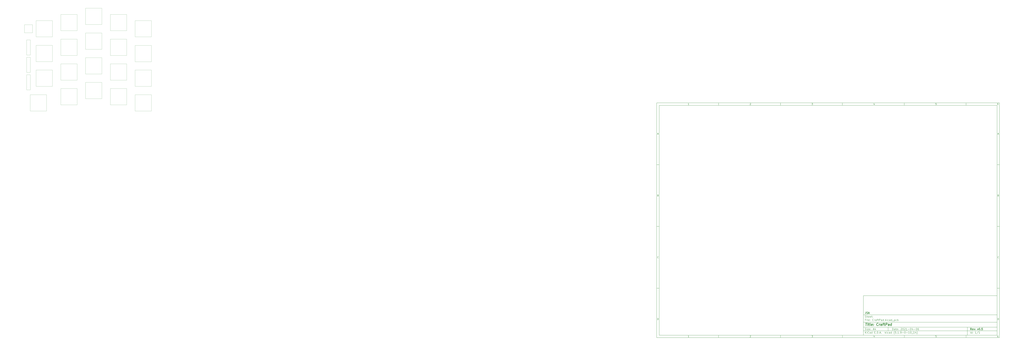
<source format=gbr>
%TF.GenerationSoftware,KiCad,Pcbnew,(5.1.9-0-10_14)*%
%TF.CreationDate,2021-04-06T08:54:49+08:00*%
%TF.ProjectId,CraftPad,43726166-7450-4616-942e-6b696361645f,v0.5*%
%TF.SameCoordinates,Original*%
%TF.FileFunction,Other,User*%
%FSLAX46Y46*%
G04 Gerber Fmt 4.6, Leading zero omitted, Abs format (unit mm)*
G04 Created by KiCad (PCBNEW (5.1.9-0-10_14)) date 2021-04-06 08:54:49*
%MOMM*%
%LPD*%
G01*
G04 APERTURE LIST*
%ADD10C,0.100000*%
%ADD11C,0.150000*%
%ADD12C,0.300000*%
%ADD13C,0.400000*%
%ADD14C,0.050000*%
G04 APERTURE END LIST*
D10*
D11*
X177002200Y-166007200D02*
X177002200Y-198007200D01*
X285002200Y-198007200D01*
X285002200Y-166007200D01*
X177002200Y-166007200D01*
D10*
D11*
X10000000Y-10000000D02*
X10000000Y-200007200D01*
X287002200Y-200007200D01*
X287002200Y-10000000D01*
X10000000Y-10000000D01*
D10*
D11*
X12000000Y-12000000D02*
X12000000Y-198007200D01*
X285002200Y-198007200D01*
X285002200Y-12000000D01*
X12000000Y-12000000D01*
D10*
D11*
X60000000Y-12000000D02*
X60000000Y-10000000D01*
D10*
D11*
X110000000Y-12000000D02*
X110000000Y-10000000D01*
D10*
D11*
X160000000Y-12000000D02*
X160000000Y-10000000D01*
D10*
D11*
X210000000Y-12000000D02*
X210000000Y-10000000D01*
D10*
D11*
X260000000Y-12000000D02*
X260000000Y-10000000D01*
D10*
D11*
X36065476Y-11588095D02*
X35322619Y-11588095D01*
X35694047Y-11588095D02*
X35694047Y-10288095D01*
X35570238Y-10473809D01*
X35446428Y-10597619D01*
X35322619Y-10659523D01*
D10*
D11*
X85322619Y-10411904D02*
X85384523Y-10350000D01*
X85508333Y-10288095D01*
X85817857Y-10288095D01*
X85941666Y-10350000D01*
X86003571Y-10411904D01*
X86065476Y-10535714D01*
X86065476Y-10659523D01*
X86003571Y-10845238D01*
X85260714Y-11588095D01*
X86065476Y-11588095D01*
D10*
D11*
X135260714Y-10288095D02*
X136065476Y-10288095D01*
X135632142Y-10783333D01*
X135817857Y-10783333D01*
X135941666Y-10845238D01*
X136003571Y-10907142D01*
X136065476Y-11030952D01*
X136065476Y-11340476D01*
X136003571Y-11464285D01*
X135941666Y-11526190D01*
X135817857Y-11588095D01*
X135446428Y-11588095D01*
X135322619Y-11526190D01*
X135260714Y-11464285D01*
D10*
D11*
X185941666Y-10721428D02*
X185941666Y-11588095D01*
X185632142Y-10226190D02*
X185322619Y-11154761D01*
X186127380Y-11154761D01*
D10*
D11*
X236003571Y-10288095D02*
X235384523Y-10288095D01*
X235322619Y-10907142D01*
X235384523Y-10845238D01*
X235508333Y-10783333D01*
X235817857Y-10783333D01*
X235941666Y-10845238D01*
X236003571Y-10907142D01*
X236065476Y-11030952D01*
X236065476Y-11340476D01*
X236003571Y-11464285D01*
X235941666Y-11526190D01*
X235817857Y-11588095D01*
X235508333Y-11588095D01*
X235384523Y-11526190D01*
X235322619Y-11464285D01*
D10*
D11*
X285941666Y-10288095D02*
X285694047Y-10288095D01*
X285570238Y-10350000D01*
X285508333Y-10411904D01*
X285384523Y-10597619D01*
X285322619Y-10845238D01*
X285322619Y-11340476D01*
X285384523Y-11464285D01*
X285446428Y-11526190D01*
X285570238Y-11588095D01*
X285817857Y-11588095D01*
X285941666Y-11526190D01*
X286003571Y-11464285D01*
X286065476Y-11340476D01*
X286065476Y-11030952D01*
X286003571Y-10907142D01*
X285941666Y-10845238D01*
X285817857Y-10783333D01*
X285570238Y-10783333D01*
X285446428Y-10845238D01*
X285384523Y-10907142D01*
X285322619Y-11030952D01*
D10*
D11*
X60000000Y-198007200D02*
X60000000Y-200007200D01*
D10*
D11*
X110000000Y-198007200D02*
X110000000Y-200007200D01*
D10*
D11*
X160000000Y-198007200D02*
X160000000Y-200007200D01*
D10*
D11*
X210000000Y-198007200D02*
X210000000Y-200007200D01*
D10*
D11*
X260000000Y-198007200D02*
X260000000Y-200007200D01*
D10*
D11*
X36065476Y-199595295D02*
X35322619Y-199595295D01*
X35694047Y-199595295D02*
X35694047Y-198295295D01*
X35570238Y-198481009D01*
X35446428Y-198604819D01*
X35322619Y-198666723D01*
D10*
D11*
X85322619Y-198419104D02*
X85384523Y-198357200D01*
X85508333Y-198295295D01*
X85817857Y-198295295D01*
X85941666Y-198357200D01*
X86003571Y-198419104D01*
X86065476Y-198542914D01*
X86065476Y-198666723D01*
X86003571Y-198852438D01*
X85260714Y-199595295D01*
X86065476Y-199595295D01*
D10*
D11*
X135260714Y-198295295D02*
X136065476Y-198295295D01*
X135632142Y-198790533D01*
X135817857Y-198790533D01*
X135941666Y-198852438D01*
X136003571Y-198914342D01*
X136065476Y-199038152D01*
X136065476Y-199347676D01*
X136003571Y-199471485D01*
X135941666Y-199533390D01*
X135817857Y-199595295D01*
X135446428Y-199595295D01*
X135322619Y-199533390D01*
X135260714Y-199471485D01*
D10*
D11*
X185941666Y-198728628D02*
X185941666Y-199595295D01*
X185632142Y-198233390D02*
X185322619Y-199161961D01*
X186127380Y-199161961D01*
D10*
D11*
X236003571Y-198295295D02*
X235384523Y-198295295D01*
X235322619Y-198914342D01*
X235384523Y-198852438D01*
X235508333Y-198790533D01*
X235817857Y-198790533D01*
X235941666Y-198852438D01*
X236003571Y-198914342D01*
X236065476Y-199038152D01*
X236065476Y-199347676D01*
X236003571Y-199471485D01*
X235941666Y-199533390D01*
X235817857Y-199595295D01*
X235508333Y-199595295D01*
X235384523Y-199533390D01*
X235322619Y-199471485D01*
D10*
D11*
X285941666Y-198295295D02*
X285694047Y-198295295D01*
X285570238Y-198357200D01*
X285508333Y-198419104D01*
X285384523Y-198604819D01*
X285322619Y-198852438D01*
X285322619Y-199347676D01*
X285384523Y-199471485D01*
X285446428Y-199533390D01*
X285570238Y-199595295D01*
X285817857Y-199595295D01*
X285941666Y-199533390D01*
X286003571Y-199471485D01*
X286065476Y-199347676D01*
X286065476Y-199038152D01*
X286003571Y-198914342D01*
X285941666Y-198852438D01*
X285817857Y-198790533D01*
X285570238Y-198790533D01*
X285446428Y-198852438D01*
X285384523Y-198914342D01*
X285322619Y-199038152D01*
D10*
D11*
X10000000Y-60000000D02*
X12000000Y-60000000D01*
D10*
D11*
X10000000Y-110000000D02*
X12000000Y-110000000D01*
D10*
D11*
X10000000Y-160000000D02*
X12000000Y-160000000D01*
D10*
D11*
X10690476Y-35216666D02*
X11309523Y-35216666D01*
X10566666Y-35588095D02*
X11000000Y-34288095D01*
X11433333Y-35588095D01*
D10*
D11*
X11092857Y-84907142D02*
X11278571Y-84969047D01*
X11340476Y-85030952D01*
X11402380Y-85154761D01*
X11402380Y-85340476D01*
X11340476Y-85464285D01*
X11278571Y-85526190D01*
X11154761Y-85588095D01*
X10659523Y-85588095D01*
X10659523Y-84288095D01*
X11092857Y-84288095D01*
X11216666Y-84350000D01*
X11278571Y-84411904D01*
X11340476Y-84535714D01*
X11340476Y-84659523D01*
X11278571Y-84783333D01*
X11216666Y-84845238D01*
X11092857Y-84907142D01*
X10659523Y-84907142D01*
D10*
D11*
X11402380Y-135464285D02*
X11340476Y-135526190D01*
X11154761Y-135588095D01*
X11030952Y-135588095D01*
X10845238Y-135526190D01*
X10721428Y-135402380D01*
X10659523Y-135278571D01*
X10597619Y-135030952D01*
X10597619Y-134845238D01*
X10659523Y-134597619D01*
X10721428Y-134473809D01*
X10845238Y-134350000D01*
X11030952Y-134288095D01*
X11154761Y-134288095D01*
X11340476Y-134350000D01*
X11402380Y-134411904D01*
D10*
D11*
X10659523Y-185588095D02*
X10659523Y-184288095D01*
X10969047Y-184288095D01*
X11154761Y-184350000D01*
X11278571Y-184473809D01*
X11340476Y-184597619D01*
X11402380Y-184845238D01*
X11402380Y-185030952D01*
X11340476Y-185278571D01*
X11278571Y-185402380D01*
X11154761Y-185526190D01*
X10969047Y-185588095D01*
X10659523Y-185588095D01*
D10*
D11*
X287002200Y-60000000D02*
X285002200Y-60000000D01*
D10*
D11*
X287002200Y-110000000D02*
X285002200Y-110000000D01*
D10*
D11*
X287002200Y-160000000D02*
X285002200Y-160000000D01*
D10*
D11*
X285692676Y-35216666D02*
X286311723Y-35216666D01*
X285568866Y-35588095D02*
X286002200Y-34288095D01*
X286435533Y-35588095D01*
D10*
D11*
X286095057Y-84907142D02*
X286280771Y-84969047D01*
X286342676Y-85030952D01*
X286404580Y-85154761D01*
X286404580Y-85340476D01*
X286342676Y-85464285D01*
X286280771Y-85526190D01*
X286156961Y-85588095D01*
X285661723Y-85588095D01*
X285661723Y-84288095D01*
X286095057Y-84288095D01*
X286218866Y-84350000D01*
X286280771Y-84411904D01*
X286342676Y-84535714D01*
X286342676Y-84659523D01*
X286280771Y-84783333D01*
X286218866Y-84845238D01*
X286095057Y-84907142D01*
X285661723Y-84907142D01*
D10*
D11*
X286404580Y-135464285D02*
X286342676Y-135526190D01*
X286156961Y-135588095D01*
X286033152Y-135588095D01*
X285847438Y-135526190D01*
X285723628Y-135402380D01*
X285661723Y-135278571D01*
X285599819Y-135030952D01*
X285599819Y-134845238D01*
X285661723Y-134597619D01*
X285723628Y-134473809D01*
X285847438Y-134350000D01*
X286033152Y-134288095D01*
X286156961Y-134288095D01*
X286342676Y-134350000D01*
X286404580Y-134411904D01*
D10*
D11*
X285661723Y-185588095D02*
X285661723Y-184288095D01*
X285971247Y-184288095D01*
X286156961Y-184350000D01*
X286280771Y-184473809D01*
X286342676Y-184597619D01*
X286404580Y-184845238D01*
X286404580Y-185030952D01*
X286342676Y-185278571D01*
X286280771Y-185402380D01*
X286156961Y-185526190D01*
X285971247Y-185588095D01*
X285661723Y-185588095D01*
D10*
D11*
X200434342Y-193785771D02*
X200434342Y-192285771D01*
X200791485Y-192285771D01*
X201005771Y-192357200D01*
X201148628Y-192500057D01*
X201220057Y-192642914D01*
X201291485Y-192928628D01*
X201291485Y-193142914D01*
X201220057Y-193428628D01*
X201148628Y-193571485D01*
X201005771Y-193714342D01*
X200791485Y-193785771D01*
X200434342Y-193785771D01*
X202577200Y-193785771D02*
X202577200Y-193000057D01*
X202505771Y-192857200D01*
X202362914Y-192785771D01*
X202077200Y-192785771D01*
X201934342Y-192857200D01*
X202577200Y-193714342D02*
X202434342Y-193785771D01*
X202077200Y-193785771D01*
X201934342Y-193714342D01*
X201862914Y-193571485D01*
X201862914Y-193428628D01*
X201934342Y-193285771D01*
X202077200Y-193214342D01*
X202434342Y-193214342D01*
X202577200Y-193142914D01*
X203077200Y-192785771D02*
X203648628Y-192785771D01*
X203291485Y-192285771D02*
X203291485Y-193571485D01*
X203362914Y-193714342D01*
X203505771Y-193785771D01*
X203648628Y-193785771D01*
X204720057Y-193714342D02*
X204577200Y-193785771D01*
X204291485Y-193785771D01*
X204148628Y-193714342D01*
X204077200Y-193571485D01*
X204077200Y-193000057D01*
X204148628Y-192857200D01*
X204291485Y-192785771D01*
X204577200Y-192785771D01*
X204720057Y-192857200D01*
X204791485Y-193000057D01*
X204791485Y-193142914D01*
X204077200Y-193285771D01*
X205434342Y-193642914D02*
X205505771Y-193714342D01*
X205434342Y-193785771D01*
X205362914Y-193714342D01*
X205434342Y-193642914D01*
X205434342Y-193785771D01*
X205434342Y-192857200D02*
X205505771Y-192928628D01*
X205434342Y-193000057D01*
X205362914Y-192928628D01*
X205434342Y-192857200D01*
X205434342Y-193000057D01*
X207220057Y-192428628D02*
X207291485Y-192357200D01*
X207434342Y-192285771D01*
X207791485Y-192285771D01*
X207934342Y-192357200D01*
X208005771Y-192428628D01*
X208077200Y-192571485D01*
X208077200Y-192714342D01*
X208005771Y-192928628D01*
X207148628Y-193785771D01*
X208077200Y-193785771D01*
X209005771Y-192285771D02*
X209148628Y-192285771D01*
X209291485Y-192357200D01*
X209362914Y-192428628D01*
X209434342Y-192571485D01*
X209505771Y-192857200D01*
X209505771Y-193214342D01*
X209434342Y-193500057D01*
X209362914Y-193642914D01*
X209291485Y-193714342D01*
X209148628Y-193785771D01*
X209005771Y-193785771D01*
X208862914Y-193714342D01*
X208791485Y-193642914D01*
X208720057Y-193500057D01*
X208648628Y-193214342D01*
X208648628Y-192857200D01*
X208720057Y-192571485D01*
X208791485Y-192428628D01*
X208862914Y-192357200D01*
X209005771Y-192285771D01*
X210077200Y-192428628D02*
X210148628Y-192357200D01*
X210291485Y-192285771D01*
X210648628Y-192285771D01*
X210791485Y-192357200D01*
X210862914Y-192428628D01*
X210934342Y-192571485D01*
X210934342Y-192714342D01*
X210862914Y-192928628D01*
X210005771Y-193785771D01*
X210934342Y-193785771D01*
X212362914Y-193785771D02*
X211505771Y-193785771D01*
X211934342Y-193785771D02*
X211934342Y-192285771D01*
X211791485Y-192500057D01*
X211648628Y-192642914D01*
X211505771Y-192714342D01*
X213005771Y-193214342D02*
X214148628Y-193214342D01*
X215148628Y-192285771D02*
X215291485Y-192285771D01*
X215434342Y-192357200D01*
X215505771Y-192428628D01*
X215577200Y-192571485D01*
X215648628Y-192857200D01*
X215648628Y-193214342D01*
X215577200Y-193500057D01*
X215505771Y-193642914D01*
X215434342Y-193714342D01*
X215291485Y-193785771D01*
X215148628Y-193785771D01*
X215005771Y-193714342D01*
X214934342Y-193642914D01*
X214862914Y-193500057D01*
X214791485Y-193214342D01*
X214791485Y-192857200D01*
X214862914Y-192571485D01*
X214934342Y-192428628D01*
X215005771Y-192357200D01*
X215148628Y-192285771D01*
X216934342Y-192785771D02*
X216934342Y-193785771D01*
X216577200Y-192214342D02*
X216220057Y-193285771D01*
X217148628Y-193285771D01*
X217720057Y-193214342D02*
X218862914Y-193214342D01*
X219862914Y-192285771D02*
X220005771Y-192285771D01*
X220148628Y-192357200D01*
X220220057Y-192428628D01*
X220291485Y-192571485D01*
X220362914Y-192857200D01*
X220362914Y-193214342D01*
X220291485Y-193500057D01*
X220220057Y-193642914D01*
X220148628Y-193714342D01*
X220005771Y-193785771D01*
X219862914Y-193785771D01*
X219720057Y-193714342D01*
X219648628Y-193642914D01*
X219577200Y-193500057D01*
X219505771Y-193214342D01*
X219505771Y-192857200D01*
X219577200Y-192571485D01*
X219648628Y-192428628D01*
X219720057Y-192357200D01*
X219862914Y-192285771D01*
X221648628Y-192285771D02*
X221362914Y-192285771D01*
X221220057Y-192357200D01*
X221148628Y-192428628D01*
X221005771Y-192642914D01*
X220934342Y-192928628D01*
X220934342Y-193500057D01*
X221005771Y-193642914D01*
X221077200Y-193714342D01*
X221220057Y-193785771D01*
X221505771Y-193785771D01*
X221648628Y-193714342D01*
X221720057Y-193642914D01*
X221791485Y-193500057D01*
X221791485Y-193142914D01*
X221720057Y-193000057D01*
X221648628Y-192928628D01*
X221505771Y-192857200D01*
X221220057Y-192857200D01*
X221077200Y-192928628D01*
X221005771Y-193000057D01*
X220934342Y-193142914D01*
D10*
D11*
X177002200Y-194507200D02*
X285002200Y-194507200D01*
D10*
D11*
X178434342Y-196585771D02*
X178434342Y-195085771D01*
X179291485Y-196585771D02*
X178648628Y-195728628D01*
X179291485Y-195085771D02*
X178434342Y-195942914D01*
X179934342Y-196585771D02*
X179934342Y-195585771D01*
X179934342Y-195085771D02*
X179862914Y-195157200D01*
X179934342Y-195228628D01*
X180005771Y-195157200D01*
X179934342Y-195085771D01*
X179934342Y-195228628D01*
X181505771Y-196442914D02*
X181434342Y-196514342D01*
X181220057Y-196585771D01*
X181077200Y-196585771D01*
X180862914Y-196514342D01*
X180720057Y-196371485D01*
X180648628Y-196228628D01*
X180577200Y-195942914D01*
X180577200Y-195728628D01*
X180648628Y-195442914D01*
X180720057Y-195300057D01*
X180862914Y-195157200D01*
X181077200Y-195085771D01*
X181220057Y-195085771D01*
X181434342Y-195157200D01*
X181505771Y-195228628D01*
X182791485Y-196585771D02*
X182791485Y-195800057D01*
X182720057Y-195657200D01*
X182577200Y-195585771D01*
X182291485Y-195585771D01*
X182148628Y-195657200D01*
X182791485Y-196514342D02*
X182648628Y-196585771D01*
X182291485Y-196585771D01*
X182148628Y-196514342D01*
X182077200Y-196371485D01*
X182077200Y-196228628D01*
X182148628Y-196085771D01*
X182291485Y-196014342D01*
X182648628Y-196014342D01*
X182791485Y-195942914D01*
X184148628Y-196585771D02*
X184148628Y-195085771D01*
X184148628Y-196514342D02*
X184005771Y-196585771D01*
X183720057Y-196585771D01*
X183577200Y-196514342D01*
X183505771Y-196442914D01*
X183434342Y-196300057D01*
X183434342Y-195871485D01*
X183505771Y-195728628D01*
X183577200Y-195657200D01*
X183720057Y-195585771D01*
X184005771Y-195585771D01*
X184148628Y-195657200D01*
X186005771Y-195800057D02*
X186505771Y-195800057D01*
X186720057Y-196585771D02*
X186005771Y-196585771D01*
X186005771Y-195085771D01*
X186720057Y-195085771D01*
X187362914Y-196442914D02*
X187434342Y-196514342D01*
X187362914Y-196585771D01*
X187291485Y-196514342D01*
X187362914Y-196442914D01*
X187362914Y-196585771D01*
X188077200Y-196585771D02*
X188077200Y-195085771D01*
X188434342Y-195085771D01*
X188648628Y-195157200D01*
X188791485Y-195300057D01*
X188862914Y-195442914D01*
X188934342Y-195728628D01*
X188934342Y-195942914D01*
X188862914Y-196228628D01*
X188791485Y-196371485D01*
X188648628Y-196514342D01*
X188434342Y-196585771D01*
X188077200Y-196585771D01*
X189577200Y-196442914D02*
X189648628Y-196514342D01*
X189577200Y-196585771D01*
X189505771Y-196514342D01*
X189577200Y-196442914D01*
X189577200Y-196585771D01*
X190220057Y-196157200D02*
X190934342Y-196157200D01*
X190077200Y-196585771D02*
X190577200Y-195085771D01*
X191077200Y-196585771D01*
X191577200Y-196442914D02*
X191648628Y-196514342D01*
X191577200Y-196585771D01*
X191505771Y-196514342D01*
X191577200Y-196442914D01*
X191577200Y-196585771D01*
X194577200Y-196585771D02*
X194577200Y-195085771D01*
X194720057Y-196014342D02*
X195148628Y-196585771D01*
X195148628Y-195585771D02*
X194577200Y-196157200D01*
X195791485Y-196585771D02*
X195791485Y-195585771D01*
X195791485Y-195085771D02*
X195720057Y-195157200D01*
X195791485Y-195228628D01*
X195862914Y-195157200D01*
X195791485Y-195085771D01*
X195791485Y-195228628D01*
X197148628Y-196514342D02*
X197005771Y-196585771D01*
X196720057Y-196585771D01*
X196577200Y-196514342D01*
X196505771Y-196442914D01*
X196434342Y-196300057D01*
X196434342Y-195871485D01*
X196505771Y-195728628D01*
X196577200Y-195657200D01*
X196720057Y-195585771D01*
X197005771Y-195585771D01*
X197148628Y-195657200D01*
X198434342Y-196585771D02*
X198434342Y-195800057D01*
X198362914Y-195657200D01*
X198220057Y-195585771D01*
X197934342Y-195585771D01*
X197791485Y-195657200D01*
X198434342Y-196514342D02*
X198291485Y-196585771D01*
X197934342Y-196585771D01*
X197791485Y-196514342D01*
X197720057Y-196371485D01*
X197720057Y-196228628D01*
X197791485Y-196085771D01*
X197934342Y-196014342D01*
X198291485Y-196014342D01*
X198434342Y-195942914D01*
X199791485Y-196585771D02*
X199791485Y-195085771D01*
X199791485Y-196514342D02*
X199648628Y-196585771D01*
X199362914Y-196585771D01*
X199220057Y-196514342D01*
X199148628Y-196442914D01*
X199077200Y-196300057D01*
X199077200Y-195871485D01*
X199148628Y-195728628D01*
X199220057Y-195657200D01*
X199362914Y-195585771D01*
X199648628Y-195585771D01*
X199791485Y-195657200D01*
X202077200Y-197157200D02*
X202005771Y-197085771D01*
X201862914Y-196871485D01*
X201791485Y-196728628D01*
X201720057Y-196514342D01*
X201648628Y-196157200D01*
X201648628Y-195871485D01*
X201720057Y-195514342D01*
X201791485Y-195300057D01*
X201862914Y-195157200D01*
X202005771Y-194942914D01*
X202077200Y-194871485D01*
X203362914Y-195085771D02*
X202648628Y-195085771D01*
X202577200Y-195800057D01*
X202648628Y-195728628D01*
X202791485Y-195657200D01*
X203148628Y-195657200D01*
X203291485Y-195728628D01*
X203362914Y-195800057D01*
X203434342Y-195942914D01*
X203434342Y-196300057D01*
X203362914Y-196442914D01*
X203291485Y-196514342D01*
X203148628Y-196585771D01*
X202791485Y-196585771D01*
X202648628Y-196514342D01*
X202577200Y-196442914D01*
X204077200Y-196442914D02*
X204148628Y-196514342D01*
X204077200Y-196585771D01*
X204005771Y-196514342D01*
X204077200Y-196442914D01*
X204077200Y-196585771D01*
X205577200Y-196585771D02*
X204720057Y-196585771D01*
X205148628Y-196585771D02*
X205148628Y-195085771D01*
X205005771Y-195300057D01*
X204862914Y-195442914D01*
X204720057Y-195514342D01*
X206220057Y-196442914D02*
X206291485Y-196514342D01*
X206220057Y-196585771D01*
X206148628Y-196514342D01*
X206220057Y-196442914D01*
X206220057Y-196585771D01*
X207005771Y-196585771D02*
X207291485Y-196585771D01*
X207434342Y-196514342D01*
X207505771Y-196442914D01*
X207648628Y-196228628D01*
X207720057Y-195942914D01*
X207720057Y-195371485D01*
X207648628Y-195228628D01*
X207577200Y-195157200D01*
X207434342Y-195085771D01*
X207148628Y-195085771D01*
X207005771Y-195157200D01*
X206934342Y-195228628D01*
X206862914Y-195371485D01*
X206862914Y-195728628D01*
X206934342Y-195871485D01*
X207005771Y-195942914D01*
X207148628Y-196014342D01*
X207434342Y-196014342D01*
X207577200Y-195942914D01*
X207648628Y-195871485D01*
X207720057Y-195728628D01*
X208362914Y-196014342D02*
X209505771Y-196014342D01*
X210505771Y-195085771D02*
X210648628Y-195085771D01*
X210791485Y-195157200D01*
X210862914Y-195228628D01*
X210934342Y-195371485D01*
X211005771Y-195657200D01*
X211005771Y-196014342D01*
X210934342Y-196300057D01*
X210862914Y-196442914D01*
X210791485Y-196514342D01*
X210648628Y-196585771D01*
X210505771Y-196585771D01*
X210362914Y-196514342D01*
X210291485Y-196442914D01*
X210220057Y-196300057D01*
X210148628Y-196014342D01*
X210148628Y-195657200D01*
X210220057Y-195371485D01*
X210291485Y-195228628D01*
X210362914Y-195157200D01*
X210505771Y-195085771D01*
X211648628Y-196014342D02*
X212791485Y-196014342D01*
X214291485Y-196585771D02*
X213434342Y-196585771D01*
X213862914Y-196585771D02*
X213862914Y-195085771D01*
X213720057Y-195300057D01*
X213577200Y-195442914D01*
X213434342Y-195514342D01*
X215220057Y-195085771D02*
X215362914Y-195085771D01*
X215505771Y-195157200D01*
X215577200Y-195228628D01*
X215648628Y-195371485D01*
X215720057Y-195657200D01*
X215720057Y-196014342D01*
X215648628Y-196300057D01*
X215577200Y-196442914D01*
X215505771Y-196514342D01*
X215362914Y-196585771D01*
X215220057Y-196585771D01*
X215077200Y-196514342D01*
X215005771Y-196442914D01*
X214934342Y-196300057D01*
X214862914Y-196014342D01*
X214862914Y-195657200D01*
X214934342Y-195371485D01*
X215005771Y-195228628D01*
X215077200Y-195157200D01*
X215220057Y-195085771D01*
X216005771Y-196728628D02*
X217148628Y-196728628D01*
X218291485Y-196585771D02*
X217434342Y-196585771D01*
X217862914Y-196585771D02*
X217862914Y-195085771D01*
X217720057Y-195300057D01*
X217577200Y-195442914D01*
X217434342Y-195514342D01*
X219577200Y-195585771D02*
X219577200Y-196585771D01*
X219220057Y-195014342D02*
X218862914Y-196085771D01*
X219791485Y-196085771D01*
X220220057Y-197157200D02*
X220291485Y-197085771D01*
X220434342Y-196871485D01*
X220505771Y-196728628D01*
X220577200Y-196514342D01*
X220648628Y-196157200D01*
X220648628Y-195871485D01*
X220577200Y-195514342D01*
X220505771Y-195300057D01*
X220434342Y-195157200D01*
X220291485Y-194942914D01*
X220220057Y-194871485D01*
D10*
D11*
X177002200Y-191507200D02*
X285002200Y-191507200D01*
D10*
D12*
X264411485Y-193785771D02*
X263911485Y-193071485D01*
X263554342Y-193785771D02*
X263554342Y-192285771D01*
X264125771Y-192285771D01*
X264268628Y-192357200D01*
X264340057Y-192428628D01*
X264411485Y-192571485D01*
X264411485Y-192785771D01*
X264340057Y-192928628D01*
X264268628Y-193000057D01*
X264125771Y-193071485D01*
X263554342Y-193071485D01*
X265625771Y-193714342D02*
X265482914Y-193785771D01*
X265197200Y-193785771D01*
X265054342Y-193714342D01*
X264982914Y-193571485D01*
X264982914Y-193000057D01*
X265054342Y-192857200D01*
X265197200Y-192785771D01*
X265482914Y-192785771D01*
X265625771Y-192857200D01*
X265697200Y-193000057D01*
X265697200Y-193142914D01*
X264982914Y-193285771D01*
X266197200Y-192785771D02*
X266554342Y-193785771D01*
X266911485Y-192785771D01*
X267482914Y-193642914D02*
X267554342Y-193714342D01*
X267482914Y-193785771D01*
X267411485Y-193714342D01*
X267482914Y-193642914D01*
X267482914Y-193785771D01*
X267482914Y-192857200D02*
X267554342Y-192928628D01*
X267482914Y-193000057D01*
X267411485Y-192928628D01*
X267482914Y-192857200D01*
X267482914Y-193000057D01*
X269197200Y-192785771D02*
X269554342Y-193785771D01*
X269911485Y-192785771D01*
X270768628Y-192285771D02*
X270911485Y-192285771D01*
X271054342Y-192357200D01*
X271125771Y-192428628D01*
X271197200Y-192571485D01*
X271268628Y-192857200D01*
X271268628Y-193214342D01*
X271197200Y-193500057D01*
X271125771Y-193642914D01*
X271054342Y-193714342D01*
X270911485Y-193785771D01*
X270768628Y-193785771D01*
X270625771Y-193714342D01*
X270554342Y-193642914D01*
X270482914Y-193500057D01*
X270411485Y-193214342D01*
X270411485Y-192857200D01*
X270482914Y-192571485D01*
X270554342Y-192428628D01*
X270625771Y-192357200D01*
X270768628Y-192285771D01*
X271911485Y-193642914D02*
X271982914Y-193714342D01*
X271911485Y-193785771D01*
X271840057Y-193714342D01*
X271911485Y-193642914D01*
X271911485Y-193785771D01*
X273340057Y-192285771D02*
X272625771Y-192285771D01*
X272554342Y-193000057D01*
X272625771Y-192928628D01*
X272768628Y-192857200D01*
X273125771Y-192857200D01*
X273268628Y-192928628D01*
X273340057Y-193000057D01*
X273411485Y-193142914D01*
X273411485Y-193500057D01*
X273340057Y-193642914D01*
X273268628Y-193714342D01*
X273125771Y-193785771D01*
X272768628Y-193785771D01*
X272625771Y-193714342D01*
X272554342Y-193642914D01*
D10*
D11*
X178362914Y-193714342D02*
X178577200Y-193785771D01*
X178934342Y-193785771D01*
X179077200Y-193714342D01*
X179148628Y-193642914D01*
X179220057Y-193500057D01*
X179220057Y-193357200D01*
X179148628Y-193214342D01*
X179077200Y-193142914D01*
X178934342Y-193071485D01*
X178648628Y-193000057D01*
X178505771Y-192928628D01*
X178434342Y-192857200D01*
X178362914Y-192714342D01*
X178362914Y-192571485D01*
X178434342Y-192428628D01*
X178505771Y-192357200D01*
X178648628Y-192285771D01*
X179005771Y-192285771D01*
X179220057Y-192357200D01*
X179862914Y-193785771D02*
X179862914Y-192785771D01*
X179862914Y-192285771D02*
X179791485Y-192357200D01*
X179862914Y-192428628D01*
X179934342Y-192357200D01*
X179862914Y-192285771D01*
X179862914Y-192428628D01*
X180434342Y-192785771D02*
X181220057Y-192785771D01*
X180434342Y-193785771D01*
X181220057Y-193785771D01*
X182362914Y-193714342D02*
X182220057Y-193785771D01*
X181934342Y-193785771D01*
X181791485Y-193714342D01*
X181720057Y-193571485D01*
X181720057Y-193000057D01*
X181791485Y-192857200D01*
X181934342Y-192785771D01*
X182220057Y-192785771D01*
X182362914Y-192857200D01*
X182434342Y-193000057D01*
X182434342Y-193142914D01*
X181720057Y-193285771D01*
X183077200Y-193642914D02*
X183148628Y-193714342D01*
X183077200Y-193785771D01*
X183005771Y-193714342D01*
X183077200Y-193642914D01*
X183077200Y-193785771D01*
X183077200Y-192857200D02*
X183148628Y-192928628D01*
X183077200Y-193000057D01*
X183005771Y-192928628D01*
X183077200Y-192857200D01*
X183077200Y-193000057D01*
X184862914Y-193357200D02*
X185577200Y-193357200D01*
X184720057Y-193785771D02*
X185220057Y-192285771D01*
X185720057Y-193785771D01*
X186862914Y-192785771D02*
X186862914Y-193785771D01*
X186505771Y-192214342D02*
X186148628Y-193285771D01*
X187077200Y-193285771D01*
D10*
D11*
X263434342Y-196585771D02*
X263434342Y-195085771D01*
X264791485Y-196585771D02*
X264791485Y-195085771D01*
X264791485Y-196514342D02*
X264648628Y-196585771D01*
X264362914Y-196585771D01*
X264220057Y-196514342D01*
X264148628Y-196442914D01*
X264077200Y-196300057D01*
X264077200Y-195871485D01*
X264148628Y-195728628D01*
X264220057Y-195657200D01*
X264362914Y-195585771D01*
X264648628Y-195585771D01*
X264791485Y-195657200D01*
X265505771Y-196442914D02*
X265577200Y-196514342D01*
X265505771Y-196585771D01*
X265434342Y-196514342D01*
X265505771Y-196442914D01*
X265505771Y-196585771D01*
X265505771Y-195657200D02*
X265577200Y-195728628D01*
X265505771Y-195800057D01*
X265434342Y-195728628D01*
X265505771Y-195657200D01*
X265505771Y-195800057D01*
X268148628Y-196585771D02*
X267291485Y-196585771D01*
X267720057Y-196585771D02*
X267720057Y-195085771D01*
X267577200Y-195300057D01*
X267434342Y-195442914D01*
X267291485Y-195514342D01*
X269862914Y-195014342D02*
X268577200Y-196942914D01*
X271148628Y-196585771D02*
X270291485Y-196585771D01*
X270720057Y-196585771D02*
X270720057Y-195085771D01*
X270577200Y-195300057D01*
X270434342Y-195442914D01*
X270291485Y-195514342D01*
D10*
D11*
X177002200Y-187507200D02*
X285002200Y-187507200D01*
D10*
D13*
X178714580Y-188211961D02*
X179857438Y-188211961D01*
X179036009Y-190211961D02*
X179286009Y-188211961D01*
X180274104Y-190211961D02*
X180440771Y-188878628D01*
X180524104Y-188211961D02*
X180416961Y-188307200D01*
X180500295Y-188402438D01*
X180607438Y-188307200D01*
X180524104Y-188211961D01*
X180500295Y-188402438D01*
X181107438Y-188878628D02*
X181869342Y-188878628D01*
X181476485Y-188211961D02*
X181262200Y-189926247D01*
X181333628Y-190116723D01*
X181512200Y-190211961D01*
X181702676Y-190211961D01*
X182655057Y-190211961D02*
X182476485Y-190116723D01*
X182405057Y-189926247D01*
X182619342Y-188211961D01*
X184190771Y-190116723D02*
X183988390Y-190211961D01*
X183607438Y-190211961D01*
X183428866Y-190116723D01*
X183357438Y-189926247D01*
X183452676Y-189164342D01*
X183571723Y-188973866D01*
X183774104Y-188878628D01*
X184155057Y-188878628D01*
X184333628Y-188973866D01*
X184405057Y-189164342D01*
X184381247Y-189354819D01*
X183405057Y-189545295D01*
X185155057Y-190021485D02*
X185238390Y-190116723D01*
X185131247Y-190211961D01*
X185047914Y-190116723D01*
X185155057Y-190021485D01*
X185131247Y-190211961D01*
X185286009Y-188973866D02*
X185369342Y-189069104D01*
X185262200Y-189164342D01*
X185178866Y-189069104D01*
X185286009Y-188973866D01*
X185262200Y-189164342D01*
X188774104Y-190021485D02*
X188666961Y-190116723D01*
X188369342Y-190211961D01*
X188178866Y-190211961D01*
X187905057Y-190116723D01*
X187738390Y-189926247D01*
X187666961Y-189735771D01*
X187619342Y-189354819D01*
X187655057Y-189069104D01*
X187797914Y-188688152D01*
X187916961Y-188497676D01*
X188131247Y-188307200D01*
X188428866Y-188211961D01*
X188619342Y-188211961D01*
X188893152Y-188307200D01*
X188976485Y-188402438D01*
X189607438Y-190211961D02*
X189774104Y-188878628D01*
X189726485Y-189259580D02*
X189845533Y-189069104D01*
X189952676Y-188973866D01*
X190155057Y-188878628D01*
X190345533Y-188878628D01*
X191702676Y-190211961D02*
X191833628Y-189164342D01*
X191762200Y-188973866D01*
X191583628Y-188878628D01*
X191202676Y-188878628D01*
X191000295Y-188973866D01*
X191714580Y-190116723D02*
X191512200Y-190211961D01*
X191036009Y-190211961D01*
X190857438Y-190116723D01*
X190786009Y-189926247D01*
X190809819Y-189735771D01*
X190928866Y-189545295D01*
X191131247Y-189450057D01*
X191607438Y-189450057D01*
X191809819Y-189354819D01*
X192536009Y-188878628D02*
X193297914Y-188878628D01*
X192655057Y-190211961D02*
X192869342Y-188497676D01*
X192988390Y-188307200D01*
X193190771Y-188211961D01*
X193381247Y-188211961D01*
X193678866Y-188878628D02*
X194440771Y-188878628D01*
X194047914Y-188211961D02*
X193833628Y-189926247D01*
X193905057Y-190116723D01*
X194083628Y-190211961D01*
X194274104Y-190211961D01*
X194940771Y-190211961D02*
X195190771Y-188211961D01*
X195952676Y-188211961D01*
X196131247Y-188307200D01*
X196214580Y-188402438D01*
X196286009Y-188592914D01*
X196250295Y-188878628D01*
X196131247Y-189069104D01*
X196024104Y-189164342D01*
X195821723Y-189259580D01*
X195059819Y-189259580D01*
X197797914Y-190211961D02*
X197928866Y-189164342D01*
X197857438Y-188973866D01*
X197678866Y-188878628D01*
X197297914Y-188878628D01*
X197095533Y-188973866D01*
X197809819Y-190116723D02*
X197607438Y-190211961D01*
X197131247Y-190211961D01*
X196952676Y-190116723D01*
X196881247Y-189926247D01*
X196905057Y-189735771D01*
X197024104Y-189545295D01*
X197226485Y-189450057D01*
X197702676Y-189450057D01*
X197905057Y-189354819D01*
X199607438Y-190211961D02*
X199857438Y-188211961D01*
X199619342Y-190116723D02*
X199416961Y-190211961D01*
X199036009Y-190211961D01*
X198857438Y-190116723D01*
X198774104Y-190021485D01*
X198702676Y-189831009D01*
X198774104Y-189259580D01*
X198893152Y-189069104D01*
X199000295Y-188973866D01*
X199202676Y-188878628D01*
X199583628Y-188878628D01*
X199762200Y-188973866D01*
D10*
D11*
X178934342Y-185600057D02*
X178434342Y-185600057D01*
X178434342Y-186385771D02*
X178434342Y-184885771D01*
X179148628Y-184885771D01*
X179720057Y-186385771D02*
X179720057Y-185385771D01*
X179720057Y-184885771D02*
X179648628Y-184957200D01*
X179720057Y-185028628D01*
X179791485Y-184957200D01*
X179720057Y-184885771D01*
X179720057Y-185028628D01*
X180648628Y-186385771D02*
X180505771Y-186314342D01*
X180434342Y-186171485D01*
X180434342Y-184885771D01*
X181791485Y-186314342D02*
X181648628Y-186385771D01*
X181362914Y-186385771D01*
X181220057Y-186314342D01*
X181148628Y-186171485D01*
X181148628Y-185600057D01*
X181220057Y-185457200D01*
X181362914Y-185385771D01*
X181648628Y-185385771D01*
X181791485Y-185457200D01*
X181862914Y-185600057D01*
X181862914Y-185742914D01*
X181148628Y-185885771D01*
X182505771Y-186242914D02*
X182577200Y-186314342D01*
X182505771Y-186385771D01*
X182434342Y-186314342D01*
X182505771Y-186242914D01*
X182505771Y-186385771D01*
X182505771Y-185457200D02*
X182577200Y-185528628D01*
X182505771Y-185600057D01*
X182434342Y-185528628D01*
X182505771Y-185457200D01*
X182505771Y-185600057D01*
X185220057Y-186242914D02*
X185148628Y-186314342D01*
X184934342Y-186385771D01*
X184791485Y-186385771D01*
X184577200Y-186314342D01*
X184434342Y-186171485D01*
X184362914Y-186028628D01*
X184291485Y-185742914D01*
X184291485Y-185528628D01*
X184362914Y-185242914D01*
X184434342Y-185100057D01*
X184577200Y-184957200D01*
X184791485Y-184885771D01*
X184934342Y-184885771D01*
X185148628Y-184957200D01*
X185220057Y-185028628D01*
X185862914Y-186385771D02*
X185862914Y-185385771D01*
X185862914Y-185671485D02*
X185934342Y-185528628D01*
X186005771Y-185457200D01*
X186148628Y-185385771D01*
X186291485Y-185385771D01*
X187434342Y-186385771D02*
X187434342Y-185600057D01*
X187362914Y-185457200D01*
X187220057Y-185385771D01*
X186934342Y-185385771D01*
X186791485Y-185457200D01*
X187434342Y-186314342D02*
X187291485Y-186385771D01*
X186934342Y-186385771D01*
X186791485Y-186314342D01*
X186720057Y-186171485D01*
X186720057Y-186028628D01*
X186791485Y-185885771D01*
X186934342Y-185814342D01*
X187291485Y-185814342D01*
X187434342Y-185742914D01*
X187934342Y-185385771D02*
X188505771Y-185385771D01*
X188148628Y-186385771D02*
X188148628Y-185100057D01*
X188220057Y-184957200D01*
X188362914Y-184885771D01*
X188505771Y-184885771D01*
X188791485Y-185385771D02*
X189362914Y-185385771D01*
X189005771Y-184885771D02*
X189005771Y-186171485D01*
X189077200Y-186314342D01*
X189220057Y-186385771D01*
X189362914Y-186385771D01*
X189862914Y-186385771D02*
X189862914Y-184885771D01*
X190434342Y-184885771D01*
X190577200Y-184957200D01*
X190648628Y-185028628D01*
X190720057Y-185171485D01*
X190720057Y-185385771D01*
X190648628Y-185528628D01*
X190577200Y-185600057D01*
X190434342Y-185671485D01*
X189862914Y-185671485D01*
X192005771Y-186385771D02*
X192005771Y-185600057D01*
X191934342Y-185457200D01*
X191791485Y-185385771D01*
X191505771Y-185385771D01*
X191362914Y-185457200D01*
X192005771Y-186314342D02*
X191862914Y-186385771D01*
X191505771Y-186385771D01*
X191362914Y-186314342D01*
X191291485Y-186171485D01*
X191291485Y-186028628D01*
X191362914Y-185885771D01*
X191505771Y-185814342D01*
X191862914Y-185814342D01*
X192005771Y-185742914D01*
X193362914Y-186385771D02*
X193362914Y-184885771D01*
X193362914Y-186314342D02*
X193220057Y-186385771D01*
X192934342Y-186385771D01*
X192791485Y-186314342D01*
X192720057Y-186242914D01*
X192648628Y-186100057D01*
X192648628Y-185671485D01*
X192720057Y-185528628D01*
X192791485Y-185457200D01*
X192934342Y-185385771D01*
X193220057Y-185385771D01*
X193362914Y-185457200D01*
X194077200Y-186242914D02*
X194148628Y-186314342D01*
X194077200Y-186385771D01*
X194005771Y-186314342D01*
X194077200Y-186242914D01*
X194077200Y-186385771D01*
X194791485Y-186385771D02*
X194791485Y-184885771D01*
X194934342Y-185814342D02*
X195362914Y-186385771D01*
X195362914Y-185385771D02*
X194791485Y-185957200D01*
X196005771Y-186385771D02*
X196005771Y-185385771D01*
X196005771Y-184885771D02*
X195934342Y-184957200D01*
X196005771Y-185028628D01*
X196077200Y-184957200D01*
X196005771Y-184885771D01*
X196005771Y-185028628D01*
X197362914Y-186314342D02*
X197220057Y-186385771D01*
X196934342Y-186385771D01*
X196791485Y-186314342D01*
X196720057Y-186242914D01*
X196648628Y-186100057D01*
X196648628Y-185671485D01*
X196720057Y-185528628D01*
X196791485Y-185457200D01*
X196934342Y-185385771D01*
X197220057Y-185385771D01*
X197362914Y-185457200D01*
X198648628Y-186385771D02*
X198648628Y-185600057D01*
X198577200Y-185457200D01*
X198434342Y-185385771D01*
X198148628Y-185385771D01*
X198005771Y-185457200D01*
X198648628Y-186314342D02*
X198505771Y-186385771D01*
X198148628Y-186385771D01*
X198005771Y-186314342D01*
X197934342Y-186171485D01*
X197934342Y-186028628D01*
X198005771Y-185885771D01*
X198148628Y-185814342D01*
X198505771Y-185814342D01*
X198648628Y-185742914D01*
X200005771Y-186385771D02*
X200005771Y-184885771D01*
X200005771Y-186314342D02*
X199862914Y-186385771D01*
X199577200Y-186385771D01*
X199434342Y-186314342D01*
X199362914Y-186242914D01*
X199291485Y-186100057D01*
X199291485Y-185671485D01*
X199362914Y-185528628D01*
X199434342Y-185457200D01*
X199577200Y-185385771D01*
X199862914Y-185385771D01*
X200005771Y-185457200D01*
X200362914Y-186528628D02*
X201505771Y-186528628D01*
X201862914Y-185385771D02*
X201862914Y-186885771D01*
X201862914Y-185457200D02*
X202005771Y-185385771D01*
X202291485Y-185385771D01*
X202434342Y-185457200D01*
X202505771Y-185528628D01*
X202577200Y-185671485D01*
X202577200Y-186100057D01*
X202505771Y-186242914D01*
X202434342Y-186314342D01*
X202291485Y-186385771D01*
X202005771Y-186385771D01*
X201862914Y-186314342D01*
X203862914Y-186314342D02*
X203720057Y-186385771D01*
X203434342Y-186385771D01*
X203291485Y-186314342D01*
X203220057Y-186242914D01*
X203148628Y-186100057D01*
X203148628Y-185671485D01*
X203220057Y-185528628D01*
X203291485Y-185457200D01*
X203434342Y-185385771D01*
X203720057Y-185385771D01*
X203862914Y-185457200D01*
X204505771Y-186385771D02*
X204505771Y-184885771D01*
X204505771Y-185457200D02*
X204648628Y-185385771D01*
X204934342Y-185385771D01*
X205077200Y-185457200D01*
X205148628Y-185528628D01*
X205220057Y-185671485D01*
X205220057Y-186100057D01*
X205148628Y-186242914D01*
X205077200Y-186314342D01*
X204934342Y-186385771D01*
X204648628Y-186385771D01*
X204505771Y-186314342D01*
D10*
D11*
X177002200Y-181507200D02*
X285002200Y-181507200D01*
D10*
D11*
X178362914Y-183614342D02*
X178577200Y-183685771D01*
X178934342Y-183685771D01*
X179077200Y-183614342D01*
X179148628Y-183542914D01*
X179220057Y-183400057D01*
X179220057Y-183257200D01*
X179148628Y-183114342D01*
X179077200Y-183042914D01*
X178934342Y-182971485D01*
X178648628Y-182900057D01*
X178505771Y-182828628D01*
X178434342Y-182757200D01*
X178362914Y-182614342D01*
X178362914Y-182471485D01*
X178434342Y-182328628D01*
X178505771Y-182257200D01*
X178648628Y-182185771D01*
X179005771Y-182185771D01*
X179220057Y-182257200D01*
X179862914Y-183685771D02*
X179862914Y-182185771D01*
X180505771Y-183685771D02*
X180505771Y-182900057D01*
X180434342Y-182757200D01*
X180291485Y-182685771D01*
X180077200Y-182685771D01*
X179934342Y-182757200D01*
X179862914Y-182828628D01*
X181791485Y-183614342D02*
X181648628Y-183685771D01*
X181362914Y-183685771D01*
X181220057Y-183614342D01*
X181148628Y-183471485D01*
X181148628Y-182900057D01*
X181220057Y-182757200D01*
X181362914Y-182685771D01*
X181648628Y-182685771D01*
X181791485Y-182757200D01*
X181862914Y-182900057D01*
X181862914Y-183042914D01*
X181148628Y-183185771D01*
X183077200Y-183614342D02*
X182934342Y-183685771D01*
X182648628Y-183685771D01*
X182505771Y-183614342D01*
X182434342Y-183471485D01*
X182434342Y-182900057D01*
X182505771Y-182757200D01*
X182648628Y-182685771D01*
X182934342Y-182685771D01*
X183077200Y-182757200D01*
X183148628Y-182900057D01*
X183148628Y-183042914D01*
X182434342Y-183185771D01*
X183577200Y-182685771D02*
X184148628Y-182685771D01*
X183791485Y-182185771D02*
X183791485Y-183471485D01*
X183862914Y-183614342D01*
X184005771Y-183685771D01*
X184148628Y-183685771D01*
X184648628Y-183542914D02*
X184720057Y-183614342D01*
X184648628Y-183685771D01*
X184577200Y-183614342D01*
X184648628Y-183542914D01*
X184648628Y-183685771D01*
X184648628Y-182757200D02*
X184720057Y-182828628D01*
X184648628Y-182900057D01*
X184577200Y-182828628D01*
X184648628Y-182757200D01*
X184648628Y-182900057D01*
D10*
D12*
X178982914Y-179185771D02*
X178982914Y-180257200D01*
X178911485Y-180471485D01*
X178768628Y-180614342D01*
X178554342Y-180685771D01*
X178411485Y-180685771D01*
X179625771Y-180614342D02*
X179840057Y-180685771D01*
X180197200Y-180685771D01*
X180340057Y-180614342D01*
X180411485Y-180542914D01*
X180482914Y-180400057D01*
X180482914Y-180257200D01*
X180411485Y-180114342D01*
X180340057Y-180042914D01*
X180197200Y-179971485D01*
X179911485Y-179900057D01*
X179768628Y-179828628D01*
X179697200Y-179757200D01*
X179625771Y-179614342D01*
X179625771Y-179471485D01*
X179697200Y-179328628D01*
X179768628Y-179257200D01*
X179911485Y-179185771D01*
X180268628Y-179185771D01*
X180482914Y-179257200D01*
X181054342Y-180257200D02*
X181768628Y-180257200D01*
X180911485Y-180685771D02*
X181411485Y-179185771D01*
X181911485Y-180685771D01*
D10*
D11*
X197002200Y-191507200D02*
X197002200Y-194507200D01*
D10*
D11*
X261002200Y-191507200D02*
X261002200Y-198007200D01*
D14*
%TO.C,R2*%
X-499250000Y26904406D02*
X-496250000Y26904406D01*
X-496250000Y26904406D02*
X-496250000Y14644406D01*
X-496250000Y14644406D02*
X-499250000Y14644406D01*
X-499250000Y14644406D02*
X-499250000Y26904406D01*
%TO.C,D21*%
X-494500000Y46750000D02*
X-501000000Y46750000D01*
X-494500000Y53250000D02*
X-494500000Y46750000D01*
X-501000000Y53250000D02*
X-494500000Y53250000D01*
X-501000000Y46750000D02*
X-501000000Y53250000D01*
%TO.C,R3*%
X-499250000Y12800000D02*
X-496250000Y12800000D01*
X-496250000Y12800000D02*
X-496250000Y540000D01*
X-496250000Y540000D02*
X-499250000Y540000D01*
X-499250000Y540000D02*
X-499250000Y12800000D01*
%TO.C,R1*%
X-499250000Y41008811D02*
X-496250000Y41008811D01*
X-496250000Y41008811D02*
X-496250000Y28748811D01*
X-496250000Y28748811D02*
X-499250000Y28748811D01*
X-499250000Y28748811D02*
X-499250000Y41008811D01*
%TO.C,SW2*%
X-418400000Y48400000D02*
X-418400000Y61600000D01*
X-431600000Y48400000D02*
X-418400000Y48400000D01*
X-431600000Y61600000D02*
X-431600000Y48400000D01*
X-418400000Y61600000D02*
X-431600000Y61600000D01*
%TO.C,SW1*%
X-398400000Y43400000D02*
X-398400000Y56600000D01*
X-411600000Y43400000D02*
X-398400000Y43400000D01*
X-411600000Y56600000D02*
X-411600000Y43400000D01*
X-398400000Y56600000D02*
X-411600000Y56600000D01*
%TO.C,SW20*%
X-483160000Y-16600000D02*
X-483160000Y-3400000D01*
X-496360000Y-16600000D02*
X-483160000Y-16600000D01*
X-496360000Y-3400000D02*
X-496360000Y-16600000D01*
X-483160000Y-3400000D02*
X-496360000Y-3400000D01*
%TO.C,SW19*%
X-458400000Y-11600000D02*
X-458400000Y1600000D01*
X-471600000Y-11600000D02*
X-458400000Y-11600000D01*
X-471600000Y1600000D02*
X-471600000Y-11600000D01*
X-458400000Y1600000D02*
X-471600000Y1600000D01*
%TO.C,SW18*%
X-438400000Y-6600000D02*
X-438400000Y6600000D01*
X-451600000Y-6600000D02*
X-438400000Y-6600000D01*
X-451600000Y6600000D02*
X-451600000Y-6600000D01*
X-438400000Y6600000D02*
X-451600000Y6600000D01*
%TO.C,SW17*%
X-418400000Y-11600000D02*
X-418400000Y1600000D01*
X-431600000Y-11600000D02*
X-418400000Y-11600000D01*
X-431600000Y1600000D02*
X-431600000Y-11600000D01*
X-418400000Y1600000D02*
X-431600000Y1600000D01*
%TO.C,SW16*%
X-398400000Y-16600000D02*
X-398400000Y-3400000D01*
X-411600000Y-16600000D02*
X-398400000Y-16600000D01*
X-411600000Y-3400000D02*
X-411600000Y-16600000D01*
X-398400000Y-3400000D02*
X-411600000Y-3400000D01*
%TO.C,SW15*%
X-478400000Y3400000D02*
X-478400000Y16600000D01*
X-491600000Y3400000D02*
X-478400000Y3400000D01*
X-491600000Y16600000D02*
X-491600000Y3400000D01*
X-478400000Y16600000D02*
X-491600000Y16600000D01*
%TO.C,SW14*%
X-458400000Y8400000D02*
X-458400000Y21600000D01*
X-471600000Y8400000D02*
X-458400000Y8400000D01*
X-471600000Y21600000D02*
X-471600000Y8400000D01*
X-458400000Y21600000D02*
X-471600000Y21600000D01*
%TO.C,SW13*%
X-438400000Y13400000D02*
X-438400000Y26600000D01*
X-451600000Y13400000D02*
X-438400000Y13400000D01*
X-451600000Y26600000D02*
X-451600000Y13400000D01*
X-438400000Y26600000D02*
X-451600000Y26600000D01*
%TO.C,SW12*%
X-418400000Y8400000D02*
X-418400000Y21600000D01*
X-431600000Y8400000D02*
X-418400000Y8400000D01*
X-431600000Y21600000D02*
X-431600000Y8400000D01*
X-418400000Y21600000D02*
X-431600000Y21600000D01*
%TO.C,SW11*%
X-398400000Y3400000D02*
X-398400000Y16600000D01*
X-411600000Y3400000D02*
X-398400000Y3400000D01*
X-411600000Y16600000D02*
X-411600000Y3400000D01*
X-398400000Y16600000D02*
X-411600000Y16600000D01*
%TO.C,SW10*%
X-478400000Y23400000D02*
X-478400000Y36600000D01*
X-491600000Y23400000D02*
X-478400000Y23400000D01*
X-491600000Y36600000D02*
X-491600000Y23400000D01*
X-478400000Y36600000D02*
X-491600000Y36600000D01*
%TO.C,SW9*%
X-458400000Y28400000D02*
X-458400000Y41600000D01*
X-471600000Y28400000D02*
X-458400000Y28400000D01*
X-471600000Y41600000D02*
X-471600000Y28400000D01*
X-458400000Y41600000D02*
X-471600000Y41600000D01*
%TO.C,SW8*%
X-438400000Y33400000D02*
X-438400000Y46600000D01*
X-451600000Y33400000D02*
X-438400000Y33400000D01*
X-451600000Y46600000D02*
X-451600000Y33400000D01*
X-438400000Y46600000D02*
X-451600000Y46600000D01*
%TO.C,SW7*%
X-418400000Y28400000D02*
X-418400000Y41600000D01*
X-431600000Y28400000D02*
X-418400000Y28400000D01*
X-431600000Y41600000D02*
X-431600000Y28400000D01*
X-418400000Y41600000D02*
X-431600000Y41600000D01*
%TO.C,SW6*%
X-398400000Y23320000D02*
X-398400000Y36520000D01*
X-411600000Y23320000D02*
X-398400000Y23320000D01*
X-411600000Y36520000D02*
X-411600000Y23320000D01*
X-398400000Y36520000D02*
X-411600000Y36520000D01*
%TO.C,SW5*%
X-478400000Y43400000D02*
X-478400000Y56600000D01*
X-491600000Y43400000D02*
X-478400000Y43400000D01*
X-491600000Y56600000D02*
X-491600000Y43400000D01*
X-478400000Y56600000D02*
X-491600000Y56600000D01*
%TO.C,SW4*%
X-458400000Y48400000D02*
X-458400000Y61600000D01*
X-471600000Y48400000D02*
X-458400000Y48400000D01*
X-471600000Y61600000D02*
X-471600000Y48400000D01*
X-458400000Y61600000D02*
X-471600000Y61600000D01*
%TO.C,SW3*%
X-438400000Y53400000D02*
X-438400000Y66600000D01*
X-451600000Y53400000D02*
X-438400000Y53400000D01*
X-451600000Y66600000D02*
X-451600000Y53400000D01*
X-438400000Y66600000D02*
X-451600000Y66600000D01*
%TD*%
M02*

</source>
